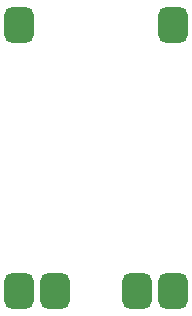
<source format=gbr>
%TF.GenerationSoftware,KiCad,Pcbnew,8.0.5*%
%TF.CreationDate,2025-02-27T19:04:08-06:00*%
%TF.ProjectId,PIC16F15313tht,50494331-3646-4313-9533-31337468742e,rev?*%
%TF.SameCoordinates,Original*%
%TF.FileFunction,Paste,Bot*%
%TF.FilePolarity,Positive*%
%FSLAX46Y46*%
G04 Gerber Fmt 4.6, Leading zero omitted, Abs format (unit mm)*
G04 Created by KiCad (PCBNEW 8.0.5) date 2025-02-27 19:04:08*
%MOMM*%
%LPD*%
G01*
G04 APERTURE LIST*
G04 Aperture macros list*
%AMRoundRect*
0 Rectangle with rounded corners*
0 $1 Rounding radius*
0 $2 $3 $4 $5 $6 $7 $8 $9 X,Y pos of 4 corners*
0 Add a 4 corners polygon primitive as box body*
4,1,4,$2,$3,$4,$5,$6,$7,$8,$9,$2,$3,0*
0 Add four circle primitives for the rounded corners*
1,1,$1+$1,$2,$3*
1,1,$1+$1,$4,$5*
1,1,$1+$1,$6,$7*
1,1,$1+$1,$8,$9*
0 Add four rect primitives between the rounded corners*
20,1,$1+$1,$2,$3,$4,$5,0*
20,1,$1+$1,$4,$5,$6,$7,0*
20,1,$1+$1,$6,$7,$8,$9,0*
20,1,$1+$1,$8,$9,$2,$3,0*%
G04 Aperture macros list end*
%ADD10RoundRect,0.625000X-0.625000X0.875000X-0.625000X-0.875000X0.625000X-0.875000X0.625000X0.875000X0*%
G04 APERTURE END LIST*
D10*
%TO.C,Mod1*%
X93500000Y-72500000D03*
X106500000Y-72500000D03*
X93500000Y-95000000D03*
X106500000Y-95000000D03*
X96500000Y-95000000D03*
X103500000Y-95000000D03*
%TD*%
M02*

</source>
